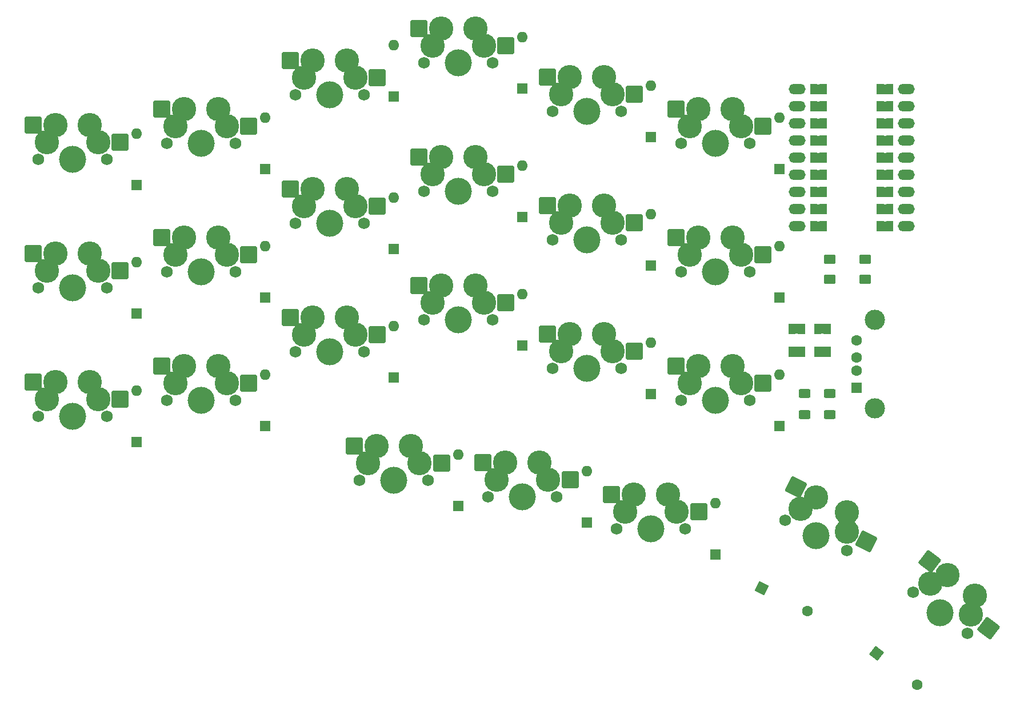
<source format=gbr>
%TF.GenerationSoftware,KiCad,Pcbnew,9.0.2*%
%TF.CreationDate,2025-07-01T22:27:43-10:00*%
%TF.ProjectId,jug,6a75672e-6b69-4636-9164-5f7063625858,rev?*%
%TF.SameCoordinates,Original*%
%TF.FileFunction,Soldermask,Top*%
%TF.FilePolarity,Negative*%
%FSLAX46Y46*%
G04 Gerber Fmt 4.6, Leading zero omitted, Abs format (unit mm)*
G04 Created by KiCad (PCBNEW 9.0.2) date 2025-07-01 22:27:43*
%MOMM*%
%LPD*%
G01*
G04 APERTURE LIST*
G04 Aperture macros list*
%AMRoundRect*
0 Rectangle with rounded corners*
0 $1 Rounding radius*
0 $2 $3 $4 $5 $6 $7 $8 $9 X,Y pos of 4 corners*
0 Add a 4 corners polygon primitive as box body*
4,1,4,$2,$3,$4,$5,$6,$7,$8,$9,$2,$3,0*
0 Add four circle primitives for the rounded corners*
1,1,$1+$1,$2,$3*
1,1,$1+$1,$4,$5*
1,1,$1+$1,$6,$7*
1,1,$1+$1,$8,$9*
0 Add four rect primitives between the rounded corners*
20,1,$1+$1,$2,$3,$4,$5,0*
20,1,$1+$1,$4,$5,$6,$7,0*
20,1,$1+$1,$6,$7,$8,$9,0*
20,1,$1+$1,$8,$9,$2,$3,0*%
%AMHorizOval*
0 Thick line with rounded ends*
0 $1 width*
0 $2 $3 position (X,Y) of the first rounded end (center of the circle)*
0 $4 $5 position (X,Y) of the second rounded end (center of the circle)*
0 Add line between two ends*
20,1,$1,$2,$3,$4,$5,0*
0 Add two circle primitives to create the rounded ends*
1,1,$1,$2,$3*
1,1,$1,$4,$5*%
%AMRotRect*
0 Rectangle, with rotation*
0 The origin of the aperture is its center*
0 $1 length*
0 $2 width*
0 $3 Rotation angle, in degrees counterclockwise*
0 Add horizontal line*
21,1,$1,$2,0,0,$3*%
%AMFreePoly0*
4,1,6,1.000000,0.000000,0.500000,-0.750000,-0.500000,-0.750000,-0.500000,0.750000,0.500000,0.750000,1.000000,0.000000,1.000000,0.000000,$1*%
%AMFreePoly1*
4,1,6,0.500000,-0.750000,-0.650000,-0.750000,-0.150000,0.000000,-0.650000,0.750000,0.500000,0.750000,0.500000,-0.750000,0.500000,-0.750000,$1*%
G04 Aperture macros list end*
%ADD10C,0.000000*%
%ADD11RoundRect,0.250000X-1.025000X-1.000000X1.025000X-1.000000X1.025000X1.000000X-1.025000X1.000000X0*%
%ADD12C,1.750000*%
%ADD13C,4.000000*%
%ADD14C,3.600000*%
%ADD15RotRect,1.600000X1.600000X142.250000*%
%ADD16RotRect,1.600000X1.600000X322.250000*%
%ADD17HorizOval,1.600000X0.000000X0.000000X0.000000X0.000000X0*%
%ADD18HorizOval,1.600000X0.000000X0.000000X0.000000X0.000000X0*%
%ADD19R,1.600000X1.600000*%
%ADD20O,1.600000X1.600000*%
%ADD21FreePoly0,0.000000*%
%ADD22FreePoly1,0.000000*%
%ADD23RoundRect,0.250000X-0.625000X0.400000X-0.625000X-0.400000X0.625000X-0.400000X0.625000X0.400000X0*%
%ADD24R,1.500000X1.600000*%
%ADD25C,1.600000*%
%ADD26C,3.000000*%
%ADD27RotRect,1.600000X1.600000X333.500000*%
%ADD28RotRect,1.600000X1.600000X153.500000*%
%ADD29HorizOval,1.600000X0.000000X0.000000X0.000000X0.000000X0*%
%ADD30HorizOval,1.600000X0.000000X0.000000X0.000000X0.000000X0*%
%ADD31RoundRect,0.250001X0.624999X-0.462499X0.624999X0.462499X-0.624999X0.462499X-0.624999X-0.462499X0*%
%ADD32FreePoly1,180.000000*%
%ADD33FreePoly0,180.000000*%
%ADD34O,2.500000X1.500000*%
%ADD35RoundRect,0.250000X-1.363506X-0.437582X0.471110X-1.352287X1.363506X0.437582X-0.471110X1.352287X0*%
%ADD36RoundRect,0.250000X-1.421196X-0.175576X0.210608X-1.416428X1.421196X0.175576X-0.210608X1.416428X0*%
G04 APERTURE END LIST*
D10*
%TO.C,JP1*%
G36*
X182211392Y-105817598D02*
G01*
X179761392Y-105817598D01*
X179761392Y-104317598D01*
X182211392Y-104317598D01*
X182211392Y-105817598D01*
G37*
%TO.C,JP5*%
G36*
X182211392Y-109217597D02*
G01*
X179761392Y-109217597D01*
X179761392Y-107717597D01*
X182211392Y-107717597D01*
X182211392Y-109217597D01*
G37*
%TO.C,U1*%
G36*
X183014393Y-68824798D02*
G01*
X185464393Y-68824798D01*
X185464393Y-70324798D01*
X183014393Y-70324798D01*
X183014393Y-68824798D01*
G37*
G36*
X183014393Y-71364798D02*
G01*
X185464393Y-71364798D01*
X185464393Y-72864798D01*
X183014393Y-72864798D01*
X183014393Y-71364798D01*
G37*
G36*
X183014393Y-73904798D02*
G01*
X185464393Y-73904798D01*
X185464393Y-75404798D01*
X183014393Y-75404798D01*
X183014393Y-73904798D01*
G37*
G36*
X183014393Y-76444798D02*
G01*
X185464393Y-76444798D01*
X185464393Y-77944798D01*
X183014393Y-77944798D01*
X183014393Y-76444798D01*
G37*
G36*
X183014393Y-78984798D02*
G01*
X185464393Y-78984798D01*
X185464393Y-80484798D01*
X183014393Y-80484798D01*
X183014393Y-78984798D01*
G37*
G36*
X183014393Y-81524798D02*
G01*
X185464393Y-81524798D01*
X185464393Y-83024798D01*
X183014393Y-83024798D01*
X183014393Y-81524798D01*
G37*
G36*
X183014393Y-84064798D02*
G01*
X185464393Y-84064798D01*
X185464393Y-85564798D01*
X183014393Y-85564798D01*
X183014393Y-84064798D01*
G37*
G36*
X183014393Y-86604798D02*
G01*
X185464393Y-86604798D01*
X185464393Y-88104798D01*
X183014393Y-88104798D01*
X183014393Y-86604798D01*
G37*
G36*
X183014393Y-89144798D02*
G01*
X185464393Y-89144798D01*
X185464393Y-90644798D01*
X183014393Y-90644798D01*
X183014393Y-89144798D01*
G37*
G36*
X192804393Y-68824798D02*
G01*
X195254393Y-68824798D01*
X195254393Y-70324798D01*
X192804393Y-70324798D01*
X192804393Y-68824798D01*
G37*
G36*
X192804393Y-71364798D02*
G01*
X195254393Y-71364798D01*
X195254393Y-72864798D01*
X192804393Y-72864798D01*
X192804393Y-71364798D01*
G37*
G36*
X192804393Y-73904798D02*
G01*
X195254393Y-73904798D01*
X195254393Y-75404798D01*
X192804393Y-75404798D01*
X192804393Y-73904798D01*
G37*
G36*
X192804393Y-76444798D02*
G01*
X195254393Y-76444798D01*
X195254393Y-77944798D01*
X192804393Y-77944798D01*
X192804393Y-76444798D01*
G37*
G36*
X192804393Y-78984798D02*
G01*
X195254393Y-78984798D01*
X195254393Y-80484798D01*
X192804393Y-80484798D01*
X192804393Y-78984798D01*
G37*
G36*
X192804393Y-81524798D02*
G01*
X195254393Y-81524798D01*
X195254393Y-83024798D01*
X192804393Y-83024798D01*
X192804393Y-81524798D01*
G37*
G36*
X192804393Y-84064798D02*
G01*
X195254393Y-84064798D01*
X195254393Y-85564798D01*
X192804393Y-85564798D01*
X192804393Y-84064798D01*
G37*
G36*
X192804393Y-86604798D02*
G01*
X195254393Y-86604798D01*
X195254393Y-88104798D01*
X192804393Y-88104798D01*
X192804393Y-86604798D01*
G37*
G36*
X192804393Y-89144798D02*
G01*
X195254393Y-89144798D01*
X195254393Y-90644798D01*
X192804393Y-90644798D01*
X192804393Y-89144798D01*
G37*
%TO.C,JP2*%
G36*
X186011391Y-105817598D02*
G01*
X183561391Y-105817598D01*
X183561391Y-104317598D01*
X186011391Y-104317598D01*
X186011391Y-105817598D01*
G37*
%TO.C,JP6*%
G36*
X186011392Y-109217597D02*
G01*
X183561392Y-109217597D01*
X183561392Y-107717597D01*
X186011392Y-107717597D01*
X186011392Y-109217597D01*
G37*
%TD*%
D11*
%TO.C,S21*%
X153547591Y-129639598D03*
D12*
X154309591Y-134719598D03*
D13*
X159389591Y-134719598D03*
D12*
X164469591Y-134719598D03*
D11*
X166474591Y-132179598D03*
D14*
X155579591Y-132179598D03*
X156849590Y-129639598D03*
X161929591Y-129639598D03*
X163199591Y-132179598D03*
%TD*%
D11*
%TO.C,S10*%
X124971991Y-79632299D03*
D12*
X125733991Y-84712299D03*
D13*
X130813991Y-84712299D03*
D12*
X135893991Y-84712299D03*
D11*
X137898991Y-82172299D03*
D14*
X127003991Y-82172299D03*
X128273990Y-79632299D03*
X133353991Y-79632299D03*
X134623991Y-82172299D03*
%TD*%
D11*
%TO.C,S11*%
X144022392Y-86776198D03*
D12*
X144784392Y-91856198D03*
D13*
X149864392Y-91856198D03*
D12*
X154944392Y-91856198D03*
D11*
X156949392Y-89316198D03*
D14*
X146054392Y-89316198D03*
X147324391Y-86776198D03*
X152404392Y-86776198D03*
X153674392Y-89316198D03*
%TD*%
D15*
%TO.C,D23*%
X192773864Y-153185051D03*
D16*
X192773864Y-153185051D03*
D17*
X198798919Y-157850147D03*
D18*
X198798919Y-157850147D03*
%TD*%
D11*
%TO.C,S17*%
X144022392Y-105826598D03*
D12*
X144784392Y-110906598D03*
D13*
X149864392Y-110906598D03*
D12*
X154944392Y-110906598D03*
D11*
X156949392Y-108366598D03*
D14*
X146054392Y-108366598D03*
X147324391Y-105826598D03*
X152404392Y-105826598D03*
X153674392Y-108366598D03*
%TD*%
D19*
%TO.C,D4*%
X140339191Y-69471899D03*
X140339191Y-69471899D03*
D20*
X140339191Y-61851899D03*
X140339191Y-61851899D03*
%TD*%
D19*
%TO.C,D19*%
X130813992Y-131385698D03*
X130813992Y-131385698D03*
D20*
X130813992Y-123765698D03*
X130813992Y-123765698D03*
%TD*%
D19*
%TO.C,D8*%
X102238392Y-100428797D03*
X102238392Y-100428797D03*
D20*
X102238392Y-92808797D03*
X102238392Y-92808797D03*
%TD*%
D11*
%TO.C,S19*%
X115446791Y-122495698D03*
D12*
X116208791Y-127575698D03*
D13*
X121288791Y-127575698D03*
D12*
X126368791Y-127575698D03*
D11*
X128373791Y-125035698D03*
D14*
X117478791Y-125035698D03*
X118748790Y-122495698D03*
X123828791Y-122495698D03*
X125098791Y-125035698D03*
%TD*%
D11*
%TO.C,S3*%
X105921591Y-65344498D03*
D12*
X106683591Y-70424498D03*
D13*
X111763591Y-70424498D03*
D12*
X116843591Y-70424498D03*
D11*
X118848591Y-67884498D03*
D14*
X107953591Y-67884498D03*
X109223590Y-65344498D03*
X114303591Y-65344498D03*
X115573591Y-67884498D03*
%TD*%
D11*
%TO.C,S1*%
X67820792Y-74869696D03*
D12*
X68582792Y-79949696D03*
D13*
X73662792Y-79949696D03*
D12*
X78742792Y-79949696D03*
D11*
X80747792Y-77409696D03*
D14*
X69852792Y-77409696D03*
X71122791Y-74869696D03*
X76202792Y-74869696D03*
X77472792Y-77409696D03*
%TD*%
D21*
%TO.C,JP1*%
X180261392Y-105067598D03*
D22*
X181711392Y-105067598D03*
%TD*%
D21*
%TO.C,JP5*%
X180261392Y-108467597D03*
D22*
X181711392Y-108467597D03*
%TD*%
D23*
%TO.C,R2*%
X185864393Y-114694797D03*
X185864393Y-117794799D03*
%TD*%
D19*
%TO.C,D14*%
X102238391Y-119479198D03*
X102238391Y-119479198D03*
D20*
X102238391Y-111859198D03*
X102238391Y-111859198D03*
%TD*%
D19*
%TO.C,D5*%
X159389591Y-76615798D03*
X159389591Y-76615798D03*
D20*
X159389591Y-68995798D03*
X159389591Y-68995798D03*
%TD*%
D19*
%TO.C,D11*%
X159389591Y-95666198D03*
X159389591Y-95666198D03*
D20*
X159389591Y-88046198D03*
X159389591Y-88046198D03*
%TD*%
D19*
%TO.C,D13*%
X83187992Y-121860498D03*
X83187992Y-121860498D03*
D20*
X83187992Y-114240498D03*
X83187992Y-114240498D03*
%TD*%
D19*
%TO.C,D20*%
X149864392Y-133766998D03*
X149864392Y-133766998D03*
D20*
X149864392Y-126146998D03*
X149864392Y-126146998D03*
%TD*%
D19*
%TO.C,D2*%
X102238392Y-81378399D03*
X102238392Y-81378399D03*
D20*
X102238392Y-73758399D03*
X102238392Y-73758399D03*
%TD*%
D11*
%TO.C,S8*%
X86871192Y-91538799D03*
D12*
X87633192Y-96618799D03*
D13*
X92713192Y-96618799D03*
D12*
X97793192Y-96618799D03*
D11*
X99798192Y-94078799D03*
D14*
X88903192Y-94078799D03*
X90173191Y-91538799D03*
X95253192Y-91538799D03*
X96523192Y-94078799D03*
%TD*%
D19*
%TO.C,D9*%
X121288791Y-93284899D03*
X121288791Y-93284899D03*
D20*
X121288791Y-85664899D03*
X121288791Y-85664899D03*
%TD*%
D19*
%TO.C,D3*%
X121288792Y-70661398D03*
X121288792Y-70661398D03*
D20*
X121288792Y-63041398D03*
X121288792Y-63041398D03*
%TD*%
D24*
%TO.C,J1*%
X189826392Y-113817598D03*
D25*
X189826391Y-111317598D03*
X189826392Y-109317597D03*
X189826392Y-106817599D03*
D26*
X192536392Y-116887598D03*
X192536392Y-103747598D03*
%TD*%
D11*
%TO.C,S5*%
X144022393Y-67725798D03*
D12*
X144784393Y-72805798D03*
D13*
X149864393Y-72805798D03*
D12*
X154944393Y-72805798D03*
D11*
X156949393Y-70265798D03*
D14*
X146054393Y-70265798D03*
X147324392Y-67725798D03*
X152404393Y-67725798D03*
X153674393Y-70265798D03*
%TD*%
D11*
%TO.C,S6*%
X163072792Y-72488398D03*
D12*
X163834792Y-77568398D03*
D13*
X168914792Y-77568398D03*
D12*
X173994792Y-77568398D03*
D11*
X175999792Y-75028398D03*
D14*
X165104792Y-75028398D03*
X166374791Y-72488398D03*
X171454792Y-72488398D03*
X172724792Y-75028398D03*
%TD*%
D11*
%TO.C,S18*%
X163072792Y-110589198D03*
D12*
X163834792Y-115669198D03*
D13*
X168914792Y-115669198D03*
D12*
X173994792Y-115669198D03*
D11*
X175999792Y-113129198D03*
D14*
X165104792Y-113129198D03*
X166374791Y-110589198D03*
X171454792Y-110589198D03*
X172724792Y-113129198D03*
%TD*%
D11*
%TO.C,S20*%
X134497192Y-124876998D03*
D12*
X135259192Y-129956998D03*
D13*
X140339192Y-129956998D03*
D12*
X145419192Y-129956998D03*
D11*
X147424192Y-127416998D03*
D14*
X136529192Y-127416998D03*
X137799191Y-124876998D03*
X142879192Y-124876998D03*
X144149192Y-127416998D03*
%TD*%
D11*
%TO.C,S13*%
X67820792Y-112970498D03*
D12*
X68582792Y-118050498D03*
D13*
X73662792Y-118050498D03*
D12*
X78742792Y-118050498D03*
D11*
X80747792Y-115510498D03*
D14*
X69852792Y-115510498D03*
X71122791Y-112970498D03*
X76202792Y-112970498D03*
X77472792Y-115510498D03*
%TD*%
D27*
%TO.C,D22*%
X175776692Y-143517584D03*
D28*
X175776692Y-143517584D03*
D29*
X182596092Y-146917611D03*
D30*
X182596092Y-146917611D03*
%TD*%
D31*
%TO.C,D25*%
X185864393Y-97732298D03*
X185864393Y-94757298D03*
%TD*%
D11*
%TO.C,S9*%
X105921592Y-84394898D03*
D12*
X106683592Y-89474898D03*
D13*
X111763592Y-89474898D03*
D12*
X116843592Y-89474898D03*
D11*
X118848592Y-86934898D03*
D14*
X107953592Y-86934898D03*
X109223591Y-84394898D03*
X114303592Y-84394898D03*
X115573592Y-86934898D03*
%TD*%
D19*
%TO.C,D12*%
X178439993Y-100428798D03*
X178439993Y-100428798D03*
D20*
X178439993Y-92808798D03*
X178439993Y-92808798D03*
%TD*%
D32*
%TO.C,U1*%
X193304393Y-69574798D03*
D33*
X194754393Y-69574798D03*
D34*
X197254393Y-69574798D03*
D32*
X193304393Y-72114798D03*
D33*
X194754393Y-72114798D03*
D34*
X197254393Y-72114798D03*
D32*
X193304393Y-74654798D03*
D33*
X194754393Y-74654798D03*
D34*
X197254393Y-74654798D03*
D32*
X193304393Y-77194798D03*
D33*
X194754393Y-77194798D03*
D34*
X197254393Y-77194798D03*
D32*
X193304393Y-79734798D03*
D33*
X194754393Y-79734798D03*
D34*
X197254393Y-79734798D03*
D32*
X193304393Y-82274798D03*
D33*
X194754393Y-82274798D03*
D34*
X197254393Y-82274798D03*
D32*
X193304393Y-84814798D03*
D33*
X194754393Y-84814798D03*
D34*
X197254393Y-84814798D03*
D32*
X193304393Y-87354798D03*
D33*
X194754393Y-87354798D03*
D34*
X197254393Y-87354798D03*
D32*
X193304393Y-89894798D03*
D33*
X194754393Y-89894798D03*
D34*
X197254393Y-89894798D03*
D22*
X184964393Y-89894798D03*
D34*
X181014393Y-89894798D03*
D21*
X183514393Y-89894798D03*
D22*
X184964393Y-87354798D03*
D34*
X181014393Y-87354798D03*
D21*
X183514393Y-87354798D03*
D22*
X184964393Y-84814798D03*
D34*
X181014393Y-84814798D03*
D21*
X183514393Y-84814798D03*
D22*
X184964393Y-82274798D03*
D34*
X181014393Y-82274798D03*
D21*
X183514393Y-82274798D03*
D22*
X184964393Y-79734798D03*
D34*
X181014393Y-79734798D03*
D21*
X183514393Y-79734798D03*
D22*
X184964393Y-77194798D03*
D34*
X181014393Y-77194798D03*
D21*
X183514393Y-77194798D03*
D22*
X184964393Y-74654798D03*
D34*
X181014393Y-74654798D03*
D21*
X183514393Y-74654798D03*
D22*
X184964393Y-72114798D03*
D34*
X181014393Y-72114798D03*
D21*
X183514393Y-72114798D03*
D22*
X184964393Y-69574798D03*
D34*
X181014393Y-69574798D03*
D21*
X183514393Y-69574798D03*
%TD*%
D19*
%TO.C,D15*%
X121288794Y-112335297D03*
X121288794Y-112335297D03*
D20*
X121288794Y-104715297D03*
X121288794Y-104715297D03*
%TD*%
D21*
%TO.C,JP2*%
X184061391Y-105067598D03*
D22*
X185511391Y-105067598D03*
%TD*%
D35*
%TO.C,S22*%
X180874870Y-128564644D03*
D12*
X179290125Y-133450913D03*
D13*
X183836392Y-135717598D03*
D12*
X188382659Y-137984283D03*
D35*
X191310344Y-136605776D03*
D14*
X181560035Y-131744451D03*
X183829943Y-130037989D03*
X188376210Y-132304674D03*
X188379434Y-135144477D03*
%TD*%
D11*
%TO.C,S2*%
X86871191Y-72488397D03*
D12*
X87633191Y-77568397D03*
D13*
X92713191Y-77568397D03*
D12*
X97793191Y-77568397D03*
D11*
X99798191Y-75028397D03*
D14*
X88903191Y-75028397D03*
X90173190Y-72488397D03*
X95253191Y-72488397D03*
X96523191Y-75028397D03*
%TD*%
D31*
%TO.C,D27*%
X191114393Y-97732298D03*
X191114393Y-94757298D03*
%TD*%
D11*
%TO.C,S4*%
X124971993Y-60581899D03*
D12*
X125733993Y-65661899D03*
D13*
X130813993Y-65661899D03*
D12*
X135893993Y-65661899D03*
D11*
X137898993Y-63121899D03*
D14*
X127003993Y-63121899D03*
X128273992Y-60581899D03*
X133353993Y-60581899D03*
X134623993Y-63121899D03*
%TD*%
D19*
%TO.C,D10*%
X140339192Y-88522298D03*
X140339192Y-88522298D03*
D20*
X140339192Y-80902298D03*
X140339192Y-80902298D03*
%TD*%
D11*
%TO.C,S14*%
X86871193Y-110589199D03*
D12*
X87633193Y-115669199D03*
D13*
X92713193Y-115669199D03*
D12*
X97793193Y-115669199D03*
D11*
X99798193Y-113129199D03*
D14*
X88903193Y-113129199D03*
X90173192Y-110589199D03*
X95253193Y-110589199D03*
X96523193Y-113129199D03*
%TD*%
D11*
%TO.C,S7*%
X67820791Y-93920098D03*
D12*
X68582791Y-99000098D03*
D13*
X73662791Y-99000098D03*
D12*
X78742791Y-99000098D03*
D11*
X80747791Y-96460098D03*
D14*
X69852791Y-96460098D03*
X71122790Y-93920098D03*
X76202791Y-93920098D03*
X77472791Y-96460098D03*
%TD*%
D21*
%TO.C,JP6*%
X184061392Y-108467597D03*
D22*
X185511392Y-108467597D03*
%TD*%
D19*
%TO.C,D1*%
X83187992Y-83759699D03*
X83187992Y-83759699D03*
D20*
X83187992Y-76139699D03*
X83187992Y-76139699D03*
%TD*%
D11*
%TO.C,S15*%
X105921591Y-103445297D03*
D12*
X106683591Y-108525297D03*
D13*
X111763591Y-108525297D03*
D12*
X116843591Y-108525297D03*
D11*
X118848591Y-105985297D03*
D14*
X107953591Y-105985297D03*
X109223590Y-103445297D03*
X114303591Y-103445297D03*
X115573591Y-105985297D03*
%TD*%
D19*
%TO.C,D18*%
X178439991Y-119479198D03*
X178439991Y-119479198D03*
D20*
X178439991Y-111859198D03*
X178439991Y-111859198D03*
%TD*%
D36*
%TO.C,S23*%
X200661042Y-139587777D03*
D12*
X198192702Y-144092704D03*
D13*
X202236392Y-147167596D03*
D12*
X206280082Y-150242488D03*
D36*
X209413513Y-149434259D03*
D14*
X200741071Y-142839581D03*
X203289440Y-141586459D03*
X207333131Y-144661352D03*
X206806607Y-147451922D03*
%TD*%
D11*
%TO.C,S12*%
X163072792Y-91538798D03*
D12*
X163834792Y-96618798D03*
D13*
X168914792Y-96618798D03*
D12*
X173994792Y-96618798D03*
D11*
X175999792Y-94078798D03*
D14*
X165104792Y-94078798D03*
X166374791Y-91538798D03*
X171454792Y-91538798D03*
X172724792Y-94078798D03*
%TD*%
D19*
%TO.C,D6*%
X178439993Y-81378398D03*
X178439993Y-81378398D03*
D20*
X178439993Y-73758398D03*
X178439993Y-73758398D03*
%TD*%
D19*
%TO.C,D21*%
X168914791Y-138529597D03*
X168914791Y-138529597D03*
D20*
X168914791Y-130909597D03*
X168914791Y-130909597D03*
%TD*%
D19*
%TO.C,D17*%
X159389592Y-114716598D03*
X159389592Y-114716598D03*
D20*
X159389592Y-107096598D03*
X159389592Y-107096598D03*
%TD*%
D19*
%TO.C,D7*%
X83187993Y-102810097D03*
X83187993Y-102810097D03*
D20*
X83187993Y-95190097D03*
X83187993Y-95190097D03*
%TD*%
D11*
%TO.C,S16*%
X124971992Y-98682699D03*
D12*
X125733992Y-103762699D03*
D13*
X130813992Y-103762699D03*
D12*
X135893992Y-103762699D03*
D11*
X137898992Y-101222699D03*
D14*
X127003992Y-101222699D03*
X128273991Y-98682699D03*
X133353992Y-98682699D03*
X134623992Y-101222699D03*
%TD*%
D19*
%TO.C,D16*%
X140339192Y-107572698D03*
X140339192Y-107572698D03*
D20*
X140339192Y-99952698D03*
X140339192Y-99952698D03*
%TD*%
D23*
%TO.C,R4*%
X182114393Y-114694797D03*
X182114393Y-117794799D03*
%TD*%
M02*

</source>
